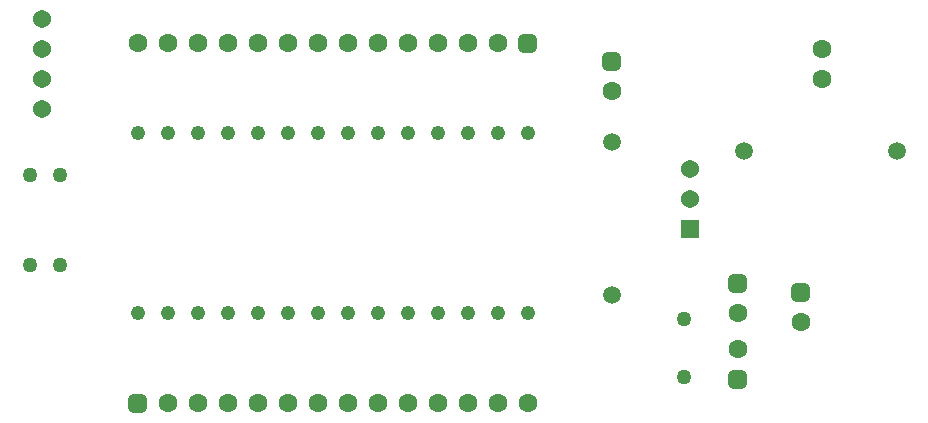
<source format=gbr>
G04 Generated by Ultiboard 14.0 *
%FSLAX24Y24*%
%MOIN*%

%ADD10C,0.0001*%
%ADD11C,0.0500*%
%ADD12C,0.0633*%
%ADD13R,0.0208X0.0208*%
%ADD14C,0.0392*%
%ADD15C,0.0490*%
%ADD16C,0.0605*%
%ADD17R,0.0605X0.0605*%
%ADD18C,0.0591*%


G04 ColorRGB 9900CC for the following layer *
%LNSolder Mask Bottom*%
%LPD*%
G54D10*
G54D11*
X33400Y16800D03*
X33400Y14883D03*
X12600Y18600D03*
X11600Y18600D03*
X12600Y21600D03*
X11600Y21600D03*
G54D12*
X38000Y24800D03*
X38000Y25800D03*
X31000Y24400D03*
X37300Y16700D03*
X35200Y15800D03*
X26200Y14000D03*
X20200Y14000D03*
X17200Y14000D03*
X16200Y14000D03*
X18200Y14000D03*
X19200Y14000D03*
X23200Y14000D03*
X21200Y14000D03*
X22200Y14000D03*
X25200Y14000D03*
X24200Y14000D03*
X28200Y14000D03*
X27200Y14000D03*
X35200Y17000D03*
X17200Y26000D03*
X23200Y26000D03*
X26200Y26000D03*
X27200Y26000D03*
X25200Y26000D03*
X24200Y26000D03*
X20200Y26000D03*
X22200Y26000D03*
X21200Y26000D03*
X18200Y26000D03*
X19200Y26000D03*
X15200Y26000D03*
X16200Y26000D03*
G54D13*
X31000Y25400D03*
X37300Y17700D03*
X35200Y14800D03*
X15200Y14000D03*
X35200Y18000D03*
X28200Y26000D03*
G54D14*
X30896Y25296D02*
X31104Y25296D01*
X31104Y25504D01*
X30896Y25504D01*
X30896Y25296D01*D02*
X37196Y17596D02*
X37404Y17596D01*
X37404Y17804D01*
X37196Y17804D01*
X37196Y17596D01*D02*
X35096Y14696D02*
X35304Y14696D01*
X35304Y14904D01*
X35096Y14904D01*
X35096Y14696D01*D02*
X15096Y13896D02*
X15304Y13896D01*
X15304Y14104D01*
X15096Y14104D01*
X15096Y13896D01*D02*
X35096Y17896D02*
X35304Y17896D01*
X35304Y18104D01*
X35096Y18104D01*
X35096Y17896D01*D02*
X28096Y25896D02*
X28304Y25896D01*
X28304Y26104D01*
X28096Y26104D01*
X28096Y25896D01*D02*
G54D15*
X15200Y23000D03*
X16200Y17000D03*
X17200Y17000D03*
X18200Y17000D03*
X20200Y17000D03*
X19200Y17000D03*
X21200Y17000D03*
X23200Y17000D03*
X22200Y17000D03*
X24200Y17000D03*
X25200Y17000D03*
X26200Y17000D03*
X27200Y17000D03*
X28200Y17000D03*
X21200Y23000D03*
X16200Y23000D03*
X17200Y23000D03*
X18200Y23000D03*
X20200Y23000D03*
X19200Y23000D03*
X23200Y23000D03*
X22200Y23000D03*
X24200Y23000D03*
X25200Y23000D03*
X26200Y23000D03*
X27200Y23000D03*
X28200Y23000D03*
X15200Y17000D03*
G54D16*
X33600Y20800D03*
X33600Y21800D03*
X12000Y26800D03*
X12000Y25800D03*
X12000Y24800D03*
X12000Y23800D03*
G54D17*
X33600Y19800D03*
G54D18*
X31000Y22718D03*
X31000Y17600D03*
X35400Y22412D03*
X40518Y22412D03*

M02*

</source>
